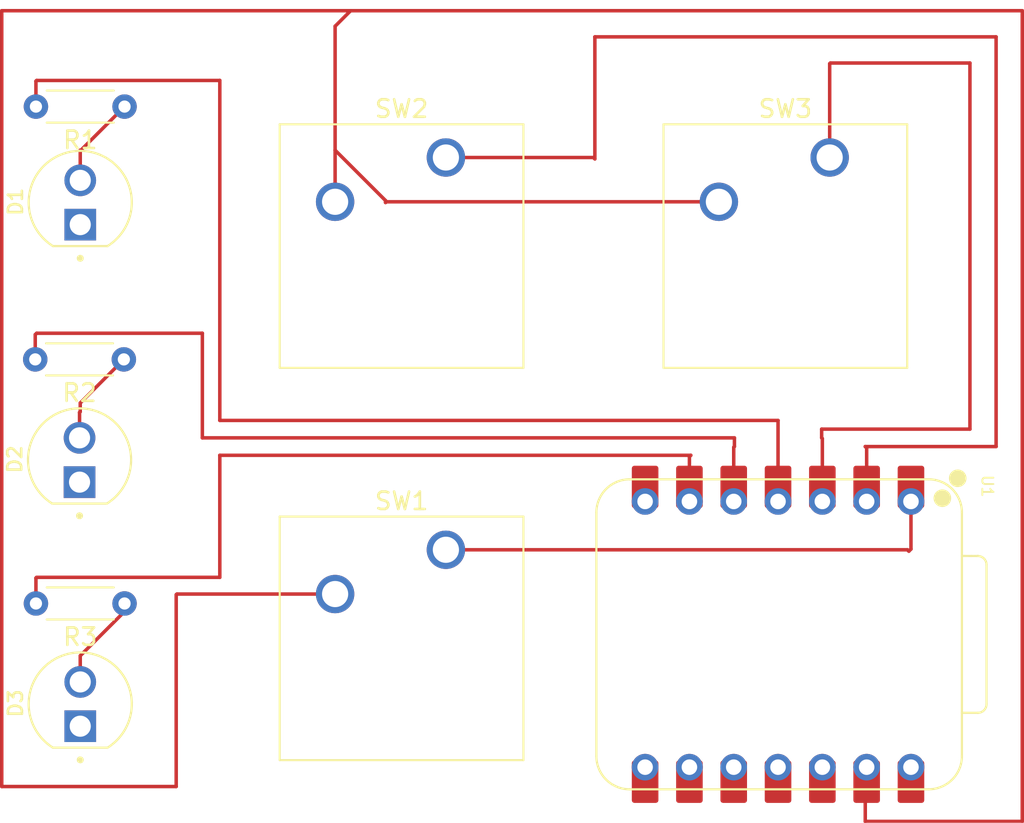
<source format=kicad_pcb>
(kicad_pcb (version 20241229) (generator "pcbnew") (generator_version "9.0")
  (layers (0 "F.Cu" signal) (2 "B.Cu" signal) (13 "F.Paste" user) (15 "B.Paste" user) (5 "F.SilkS" user "F.Silkscreen") (7 "B.SilkS" user "B.Silkscreen") (1 "F.Mask" user) (3 "B.Mask" user) (25 "Edge.Cuts" user))
  (net 0 "")
  (net 1 "Net-(D1-PadA)")
  (net 3 "Net-(D2-PadA)")
  (net 6 "Net-(D3-PadA)")
  (net 7 "LED1")
  (net 8 "LED2")
  (net 9 "LED3")
  (net 10 "button1")
  (net 11 "GND")
  (net 12 "button2")
  (net 13 "button3")
  (footprint "Button_Switch_Keyboard:SW_Cherry_MX_1.00u_PCB" (layer "F.Cu") (at 154.96 40.42)
    (property "Reference" "SW2" (at -2.54 -2.794 0) (layer "F.SilkS"))
    (property "Value" "SW_Push")
    (fp_line (start -9.525 -1.905) (end 4.445 -1.905) (stroke (width 0.12)) (layer "F.SilkS"))
    (fp_line (start -9.525 12.065) (end -9.525 -1.905) (stroke (width 0.12)) (layer "F.SilkS"))
    (fp_line (start 4.445 -1.905) (end 4.445 12.065) (stroke (width 0.12)) (layer "F.SilkS"))
    (fp_line (start 4.445 12.065) (end -9.525 12.065) (stroke (width 0.12)) (layer "F.SilkS"))
    (pad "" np_thru_hole circle (at -7.62 5.08) (size 1.7 1.7) (drill 1.7) (layers "*.Cu" "*.Mask"))
    (pad "" np_thru_hole circle (at -2.54 5.08) (size 4 4) (drill 4) (layers "*.Cu" "*.Mask"))
    (pad "" np_thru_hole circle (at 2.54 5.08) (size 1.7 1.7) (drill 1.7) (layers "*.Cu" "*.Mask"))
    (pad "1" thru_hole circle (at 0 0) (size 2.2 2.2) (drill 1.5) (layers "*.Cu" "*.Mask") (net 12 "button2"))
    (pad "2" thru_hole circle (at -6.35 2.54) (size 2.2 2.2) (drill 1.5) (layers "*.Cu" "*.Mask") (net 11 "GND"))
  )
  (footprint "Symbols:LEDRD254W57D500H1070" (layer "F.Cu") (at 134 43 90)
    (property "Reference" "D1" (at 0.04 -3.708 90) (layer "F.SilkS") (effects (font (size 0.8 0.8))))
    (property "Value" "L08R5000Q1")
    (fp_line (start -2.5 -1.566) (end -2.5 1.566) (stroke (width 0.127)) (layer "F.SilkS"))
    (fp_arc (start -2.5 -1.566) (mid 2.961291 0) (end -2.5 1.566) (stroke (width 0.127)) (layer "F.SilkS"))
    (fp_circle (center -3.2 0) (end -3.1 0) (stroke (width 0.2)) (fill no) (layer "F.SilkS"))
    (pad "A" thru_hole circle (at 1.27 0 90) (size 1.815 1.815) (drill 1.21) (layers "*.Cu" "*.Mask") (net 1 "Net-(D1-PadA)"))
    (pad "C" thru_hole rect (at -1.27 0 90) (size 1.815 1.815) (drill 1.21) (layers "*.Cu" "*.Mask"))
  )
  (footprint "Symbols:LEDRD254W57D500H1070" (layer "F.Cu") (at 134 71.77 90)
    (property "Reference" "D3" (at 0.04 -3.708 90) (layer "F.SilkS") (effects (font (size 0.8 0.8))))
    (property "Value" "L08R5000Q1")
    (fp_line (start -2.5 -1.566) (end -2.5 1.566) (stroke (width 0.127)) (layer "F.SilkS"))
    (fp_arc (start -2.5 -1.566) (mid 2.961291 0) (end -2.5 1.566) (stroke (width 0.127)) (layer "F.SilkS"))
    (fp_circle (center -3.2 0) (end -3.1 0) (stroke (width 0.2)) (fill no) (layer "F.SilkS"))
    (pad "A" thru_hole circle (at 1.27 0 90) (size 1.815 1.815) (drill 1.21) (layers "*.Cu" "*.Mask") (net 6 "Net-(D3-PadA)"))
    (pad "C" thru_hole rect (at -1.27 0 90) (size 1.815 1.815) (drill 1.21) (layers "*.Cu" "*.Mask"))
  )
  (footprint "Symbols:XIAO-RP2040-DIP" (layer "F.Cu") (at 174 67.7685 -90)
    (property "Reference" "U1" (at -8.5 -12 270) (layer "F.SilkS") (effects (font (size 0.635 0.635) (thickness 0.1016))))
    (property "Value" "XIAO-RP2040-DIP")
    (fp_line (start -6.985 10.414) (end 6.985 10.414) (stroke (width 0.127)) (layer "F.SilkS"))
    (fp_line (start -8.89 8.509) (end -8.89 -8.636) (stroke (width 0.127)) (layer "F.SilkS"))
    (fp_line (start 8.89 8.509) (end 8.89 -8.636) (stroke (width 0.127)) (layer "F.SilkS"))
    (fp_line (start -4.495 -10.541) (end -4.491272 -11.451272) (stroke (width 0.127)) (layer "F.SilkS"))
    (fp_line (start 6.985 -10.541) (end -6.985 -10.541) (stroke (width 0.1)) (layer "F.SilkS"))
    (fp_line (start 6.985 -10.541) (end -6.985 -10.541) (stroke (width 0.127)) (layer "F.SilkS"))
    (fp_line (start 4.504 -11.451) (end 4.504 -10.541) (stroke (width 0.127)) (layer "F.SilkS"))
    (fp_line (start -3.991272 -11.951) (end 4.004 -11.951) (stroke (width 0.127)) (layer "F.SilkS"))
    (fp_arc (start -6.985 10.414) (mid -8.332038 9.856038) (end -8.89 8.509) (stroke (width 0.127)) (layer "F.SilkS"))
    (fp_arc (start 8.89 8.509) (mid 8.332038 9.856038) (end 6.985 10.414) (stroke (width 0.127)) (layer "F.SilkS"))
    (fp_arc (start -8.89 -8.636) (mid -8.332038 -9.983038) (end -6.985 -10.541) (stroke (width 0.127)) (layer "F.SilkS"))
    (fp_arc (start 6.985 -10.541) (mid 8.332038 -9.983038) (end 8.89 -8.636) (stroke (width 0.127)) (layer "F.SilkS"))
    (fp_arc (start -4.491272 -11.451272) (mid -4.344728 -11.80464) (end -3.991272 -11.951) (stroke (width 0.127)) (layer "F.SilkS"))
    (fp_arc (start 4.004 -11.951) (mid 4.357553 -11.804553) (end 4.504 -11.451) (stroke (width 0.127)) (layer "F.SilkS"))
    (fp_circle (center -7.807 -9.42) (end -7.807 -9.674) (stroke (width 0.5)) (fill yes) (layer "F.SilkS"))
    (fp_circle (center -8.95 -10.3) (end -8.95 -10.554) (stroke (width 0.5)) (fill yes) (layer "F.SilkS"))
    (pad "1" smd roundrect (at -8.455 -7.62 90) (size 2.432 1.524) (layers "F.Cu" "F.Mask") (roundrect_rratio 0.1) (net 10 "button1"))
    (pad "1" thru_hole circle (at -7.62 -7.62 90) (size 1.524 1.524) (drill 0.889) (layers "*.Cu" "*.Mask") (net 10 "button1"))
    (pad "2" smd roundrect (at -8.455 -5.08 90) (size 2.432 1.524) (layers "F.Cu" "F.Mask") (roundrect_rratio 0.1) (net 12 "button2"))
    (pad "2" thru_hole circle (at -7.62 -5.08 90) (size 1.524 1.524) (drill 0.889) (layers "*.Cu" "*.Mask") (net 12 "button2"))
    (pad "3" smd roundrect (at -8.455 -2.54 90) (size 2.432 1.524) (layers "F.Cu" "F.Mask") (roundrect_rratio 0.1) (net 13 "button3"))
    (pad "3" thru_hole circle (at -7.62 -2.54 90) (size 1.524 1.524) (drill 0.889) (layers "*.Cu" "*.Mask") (net 13 "button3"))
    (pad "4" smd roundrect (at -8.455 0 90) (size 2.432 1.524) (layers "F.Cu" "F.Mask") (roundrect_rratio 0.1) (net 7 "LED1"))
    (pad "4" thru_hole circle (at -7.62 0 90) (size 1.524 1.524) (drill 0.889) (layers "*.Cu" "*.Mask") (net 7 "LED1"))
    (pad "5" smd roundrect (at -8.455 2.54 90) (size 2.432 1.524) (layers "F.Cu" "F.Mask") (roundrect_rratio 0.1) (net 8 "LED2"))
    (pad "5" thru_hole circle (at -7.62 2.54 90) (size 1.524 1.524) (drill 0.889) (layers "*.Cu" "*.Mask") (net 8 "LED2"))
    (pad "6" smd roundrect (at -8.455 5.08 90) (size 2.432 1.524) (layers "F.Cu" "F.Mask") (roundrect_rratio 0.1) (net 9 "LED3"))
    (pad "6" thru_hole circle (at -7.62 5.08 90) (size 1.524 1.524) (drill 0.889) (layers "*.Cu" "*.Mask") (net 9 "LED3"))
    (pad "7" smd roundrect (at -8.455 7.62 90) (size 2.432 1.524) (layers "F.Cu" "F.Mask") (roundrect_rratio 0.1))
    (pad "7" thru_hole circle (at -7.62 7.62 90) (size 1.524 1.524) (drill 0.889) (layers "*.Cu" "*.Mask"))
    (pad "8" thru_hole circle (at 7.62 7.62 270) (size 1.524 1.524) (drill 0.889) (layers "*.Cu" "*.Mask"))
    (pad "8" smd roundrect (at 8.455 7.62 270) (size 2.432 1.524) (layers "F.Cu" "F.Mask") (roundrect_rratio 0.1))
    (pad "9" thru_hole circle (at 7.62 5.08 270) (size 1.524 1.524) (drill 0.889) (layers "*.Cu" "*.Mask"))
    (pad "9" smd roundrect (at 8.455 5.08 270) (size 2.432 1.524) (layers "F.Cu" "F.Mask") (roundrect_rratio 0.1))
    (pad "10" thru_hole circle (at 7.62 2.54 270) (size 1.524 1.524) (drill 0.889) (layers "*.Cu" "*.Mask"))
    (pad "10" smd roundrect (at 8.455 2.54 270) (size 2.432 1.524) (layers "F.Cu" "F.Mask") (roundrect_rratio 0.1))
    (pad "11" thru_hole circle (at 7.62 0 270) (size 1.524 1.524) (drill 0.889) (layers "*.Cu" "*.Mask"))
    (pad "11" smd roundrect (at 8.455 0 270) (size 2.432 1.524) (layers "F.Cu" "F.Mask") (roundrect_rratio 0.1))
    (pad "12" thru_hole circle (at 7.62 -2.54 270) (size 1.524 1.524) (drill 0.889) (layers "*.Cu" "*.Mask"))
    (pad "12" smd roundrect (at 8.455 -2.54 270) (size 2.432 1.524) (layers "F.Cu" "F.Mask") (roundrect_rratio 0.1))
    (pad "13" thru_hole circle (at 7.62 -5.08 270) (size 1.524 1.524) (drill 0.889) (layers "*.Cu" "*.Mask") (net 11 "GND"))
    (pad "13" smd roundrect (at 8.455 -5.08 270) (size 2.432 1.524) (layers "F.Cu" "F.Mask") (roundrect_rratio 0.1) (net 11 "GND"))
    (pad "14" thru_hole circle (at 7.62 -7.62 270) (size 1.524 1.524) (drill 0.889) (layers "*.Cu" "*.Mask"))
    (pad "14" smd roundrect (at 8.455 -7.62 270) (size 2.432 1.524) (layers "F.Cu" "F.Mask") (roundrect_rratio 0.1))
  )
  (footprint "Resistor_THT:R_Axial_DIN0204_L3.6mm_D1.6mm_P5.08mm_Horizontal" (layer "F.Cu") (at 136.54 66 180)
    (property "Reference" "R3" (at 2.54 -1.92 0) (layer "F.SilkS"))
    (property "Value" "R")
    (fp_line (start 0.62 0.92) (end 4.46 0.92) (stroke (width 0.12)) (layer "F.SilkS"))
    (fp_line (start 0.62 -0.92) (end 4.46 -0.92) (stroke (width 0.12)) (layer "F.SilkS"))
    (pad "1" thru_hole circle (at 0 0 180) (size 1.4 1.4) (drill 0.7) (layers "*.Cu" "*.Mask") (net 6 "Net-(D3-PadA)"))
    (pad "2" thru_hole circle (at 5.08 0 180) (size 1.4 1.4) (drill 0.7) (layers "*.Cu" "*.Mask") (net 9 "LED3"))
  )
  (footprint "Button_Switch_Keyboard:SW_Cherry_MX_1.00u_PCB" (layer "F.Cu") (at 154.96 62.92)
    (property "Reference" "SW1" (at -2.54 -2.794 0) (layer "F.SilkS"))
    (property "Value" "SW_Push")
    (fp_line (start -9.525 -1.905) (end 4.445 -1.905) (stroke (width 0.12)) (layer "F.SilkS"))
    (fp_line (start -9.525 12.065) (end -9.525 -1.905) (stroke (width 0.12)) (layer "F.SilkS"))
    (fp_line (start 4.445 -1.905) (end 4.445 12.065) (stroke (width 0.12)) (layer "F.SilkS"))
    (fp_line (start 4.445 12.065) (end -9.525 12.065) (stroke (width 0.12)) (layer "F.SilkS"))
    (pad "" np_thru_hole circle (at -7.62 5.08) (size 1.7 1.7) (drill 1.7) (layers "*.Cu" "*.Mask"))
    (pad "" np_thru_hole circle (at -2.54 5.08) (size 4 4) (drill 4) (layers "*.Cu" "*.Mask"))
    (pad "" np_thru_hole circle (at 2.54 5.08) (size 1.7 1.7) (drill 1.7) (layers "*.Cu" "*.Mask"))
    (pad "1" thru_hole circle (at 0 0) (size 2.2 2.2) (drill 1.5) (layers "*.Cu" "*.Mask") (net 10 "button1"))
    (pad "2" thru_hole circle (at -6.35 2.54) (size 2.2 2.2) (drill 1.5) (layers "*.Cu" "*.Mask") (net 11 "GND"))
  )
  (footprint "Button_Switch_Keyboard:SW_Cherry_MX_1.00u_PCB" (layer "F.Cu") (at 176.96 40.42)
    (property "Reference" "SW3" (at -2.54 -2.794 0) (layer "F.SilkS"))
    (property "Value" "SW_Push")
    (fp_line (start -9.525 -1.905) (end 4.445 -1.905) (stroke (width 0.12)) (layer "F.SilkS"))
    (fp_line (start -9.525 12.065) (end -9.525 -1.905) (stroke (width 0.12)) (layer "F.SilkS"))
    (fp_line (start 4.445 -1.905) (end 4.445 12.065) (stroke (width 0.12)) (layer "F.SilkS"))
    (fp_line (start 4.445 12.065) (end -9.525 12.065) (stroke (width 0.12)) (layer "F.SilkS"))
    (pad "" np_thru_hole circle (at -7.62 5.08) (size 1.7 1.7) (drill 1.7) (layers "*.Cu" "*.Mask"))
    (pad "" np_thru_hole circle (at -2.54 5.08) (size 4 4) (drill 4) (layers "*.Cu" "*.Mask"))
    (pad "" np_thru_hole circle (at 2.54 5.08) (size 1.7 1.7) (drill 1.7) (layers "*.Cu" "*.Mask"))
    (pad "1" thru_hole circle (at 0 0) (size 2.2 2.2) (drill 1.5) (layers "*.Cu" "*.Mask") (net 13 "button3"))
    (pad "2" thru_hole circle (at -6.35 2.54) (size 2.2 2.2) (drill 1.5) (layers "*.Cu" "*.Mask") (net 11 "GND"))
  )
  (footprint "Symbols:LEDRD254W57D500H1070" (layer "F.Cu") (at 133.96 57.77 90)
    (property "Reference" "D2" (at 0.04 -3.708 90) (layer "F.SilkS") (effects (font (size 0.8 0.8))))
    (property "Value" "L08R5000Q1")
    (fp_line (start -2.5 -1.566) (end -2.5 1.566) (stroke (width 0.127)) (layer "F.SilkS"))
    (fp_arc (start -2.5 -1.566) (mid 2.961291 0) (end -2.5 1.566) (stroke (width 0.127)) (layer "F.SilkS"))
    (fp_circle (center -3.2 0) (end -3.1 0) (stroke (width 0.2)) (fill no) (layer "F.SilkS"))
    (pad "A" thru_hole circle (at 1.27 0 90) (size 1.815 1.815) (drill 1.21) (layers "*.Cu" "*.Mask") (net 3 "Net-(D2-PadA)"))
    (pad "C" thru_hole rect (at -1.27 0 90) (size 1.815 1.815) (drill 1.21) (layers "*.Cu" "*.Mask"))
  )
  (footprint "Resistor_THT:R_Axial_DIN0204_L3.6mm_D1.6mm_P5.08mm_Horizontal" (layer "F.Cu") (at 136.54 37.5 180)
    (property "Reference" "R1" (at 2.54 -1.92 0) (layer "F.SilkS"))
    (property "Value" "R")
    (fp_line (start 0.62 0.92) (end 4.46 0.92) (stroke (width 0.12)) (layer "F.SilkS"))
    (fp_line (start 0.62 -0.92) (end 4.46 -0.92) (stroke (width 0.12)) (layer "F.SilkS"))
    (pad "1" thru_hole circle (at 0 0 180) (size 1.4 1.4) (drill 0.7) (layers "*.Cu" "*.Mask") (net 1 "Net-(D1-PadA)"))
    (pad "2" thru_hole circle (at 5.08 0 180) (size 1.4 1.4) (drill 0.7) (layers "*.Cu" "*.Mask") (net 7 "LED1"))
  )
  (footprint "Resistor_THT:R_Axial_DIN0204_L3.6mm_D1.6mm_P5.08mm_Horizontal" (layer "F.Cu") (at 136.5 52 180)
    (property "Reference" "R2" (at 2.54 -1.92 0) (layer "F.SilkS"))
    (property "Value" "R")
    (fp_line (start 0.62 0.92) (end 4.46 0.92) (stroke (width 0.12)) (layer "F.SilkS"))
    (fp_line (start 0.62 -0.92) (end 4.46 -0.92) (stroke (width 0.12)) (layer "F.SilkS"))
    (pad "1" thru_hole circle (at 0 0 180) (size 1.4 1.4) (drill 0.7) (layers "*.Cu" "*.Mask") (net 3 "Net-(D2-PadA)"))
    (pad "2" thru_hole circle (at 5.08 0 180) (size 1.4 1.4) (drill 0.7) (layers "*.Cu" "*.Mask") (net 8 "LED2"))
  )
  (segment (start 134 40) (end 134 41.73) (width 0.2) (layer "F.Cu") (net 1))
  (segment (start 136.54 37.5) (end 134.04 40) (width 0.2) (layer "F.Cu") (net 1))
  (segment (start 134.04 40) (end 134 40) (width 0.2) (layer "F.Cu") (net 1))
  (segment (start 133.96 55.04) (end 133.96 56.5) (width 0.2) (layer "F.Cu") (net 3))
  (segment (start 134 55) (end 133.96 55.04) (width 0.2) (layer "F.Cu") (net 3))
  (segment (start 134 54.5) (end 134 55) (width 0.2) (layer "F.Cu") (net 3))
  (segment (start 136.5 52) (end 134 54.5) (width 0.2) (layer "F.Cu") (net 3))
  (segment (start 136.54 66.46) (end 134 69) (width 0.2) (layer "F.Cu") (net 6))
  (segment (start 134 69) (end 134 70.5) (width 0.2) (layer "F.Cu") (net 6))
  (segment (start 136.54 66) (end 136.54 66.46) (width 0.2) (layer "F.Cu") (net 6))
  (segment (start 131.5 36) (end 142 36) (width 0.2) (layer "F.Cu") (net 7))
  (segment (start 131.46 37.5) (end 131.46 36.04) (width 0.2) (layer "F.Cu") (net 7))
  (segment (start 142 36) (end 142 55.5) (width 0.2) (layer "F.Cu") (net 7))
  (segment (start 174 55.5) (end 174 60.1485) (width 0.2) (layer "F.Cu") (net 7))
  (segment (start 131.46 36.04) (end 131.5 36) (width 0.2) (layer "F.Cu") (net 7))
  (segment (start 142 55.5) (end 174 55.5) (width 0.2) (layer "F.Cu") (net 7))
  (segment (start 141 50.5) (end 141 56.5) (width 0.2) (layer "F.Cu") (net 8))
  (segment (start 141 56.5) (end 171.5 56.5) (width 0.2) (layer "F.Cu") (net 8))
  (segment (start 171.46 57.04) (end 171.46 60.1485) (width 0.2) (layer "F.Cu") (net 8))
  (segment (start 131.5 50.5) (end 141 50.5) (width 0.2) (layer "F.Cu") (net 8))
  (segment (start 171.5 57) (end 171.46 57.04) (width 0.2) (layer "F.Cu") (net 8))
  (segment (start 131.42 50.58) (end 131.5 50.5) (width 0.2) (layer "F.Cu") (net 8))
  (segment (start 131.42 52) (end 131.42 50.58) (width 0.2) (layer "F.Cu") (net 8))
  (segment (start 171.5 56.5) (end 171.5 57) (width 0.2) (layer "F.Cu") (net 8))
  (segment (start 131.46 64.54) (end 131.5 64.5) (width 0.2) (layer "F.Cu") (net 9))
  (segment (start 131.5 64.5) (end 142 64.5) (width 0.2) (layer "F.Cu") (net 9))
  (segment (start 169 57.5) (end 168.92 57.58) (width 0.2) (layer "F.Cu") (net 9))
  (segment (start 142 64.5) (end 142 57.5) (width 0.2) (layer "F.Cu") (net 9))
  (segment (start 168.92 57.58) (end 168.92 60.1485) (width 0.2) (layer "F.Cu") (net 9))
  (segment (start 142 57.5) (end 169 57.5) (width 0.2) (layer "F.Cu") (net 9))
  (segment (start 131.46 66) (end 131.46 64.54) (width 0.2) (layer "F.Cu") (net 9))
  (segment (start 181.62 62.88) (end 181.62 60.1485) (width 0.2) (layer "F.Cu") (net 10))
  (segment (start 154.96 62.92) (end 181.42 62.92) (width 0.2) (layer "F.Cu") (net 10))
  (segment (start 181.42 62.92) (end 181.5 63) (width 0.2) (layer "F.Cu") (net 10))
  (segment (start 181.5 63) (end 181.62 62.88) (width 0.2) (layer "F.Cu") (net 10))
  (segment (start 149.5 32) (end 188 32) (width 0.2) (layer "F.Cu") (net 11))
  (segment (start 188 78.5) (end 179 78.5) (width 0.2) (layer "F.Cu") (net 11))
  (segment (start 170.61 42.96) (end 151.54 42.96) (width 0.2) (layer "F.Cu") (net 11))
  (segment (start 179 78.5) (end 179 75.4685) (width 0.2) (layer "F.Cu") (net 11))
  (segment (start 148.61 32.89) (end 149.5 32) (width 0.2) (layer "F.Cu") (net 11))
  (segment (start 188 32) (end 188 78.5) (width 0.2) (layer "F.Cu") (net 11))
  (segment (start 139.5 65.5) (end 139.5 76.5) (width 0.2) (layer "F.Cu") (net 11))
  (segment (start 129.5 32) (end 149.5 32) (width 0.2) (layer "F.Cu") (net 11))
  (segment (start 148.61 40) (end 148.61 32.89) (width 0.2) (layer "F.Cu") (net 11))
  (segment (start 151.5 43) (end 151.5 42.89) (width 0.2) (layer "F.Cu") (net 11))
  (segment (start 139.5 76.5) (end 129.5 76.5) (width 0.2) (layer "F.Cu") (net 11))
  (segment (start 139.54 65.46) (end 139.5 65.5) (width 0.2) (layer "F.Cu") (net 11))
  (segment (start 148.61 65.46) (end 139.54 65.46) (width 0.2) (layer "F.Cu") (net 11))
  (segment (start 148.61 42.96) (end 148.61 40) (width 0.2) (layer "F.Cu") (net 11))
  (segment (start 151.5 42.89) (end 148.61 40) (width 0.2) (layer "F.Cu") (net 11))
  (segment (start 151.54 42.96) (end 151.5 43) (width 0.2) (layer "F.Cu") (net 11))
  (segment (start 179 75.4685) (end 179.08 75.3885) (width 0.2) (layer "F.Cu") (net 11))
  (segment (start 129.5 76.5) (end 129.5 32) (width 0.2) (layer "F.Cu") (net 11))
  (segment (start 186.5 33.5) (end 186.5 57) (width 0.2) (layer "F.Cu") (net 12))
  (segment (start 163.42 40.42) (end 163.5 40.5) (width 0.2) (layer "F.Cu") (net 12))
  (segment (start 179.08 57.08) (end 179.08 60.1485) (width 0.2) (layer "F.Cu") (net 12))
  (segment (start 154.96 40.42) (end 163.42 40.42) (width 0.2) (layer "F.Cu") (net 12))
  (segment (start 186.5 57) (end 179 57) (width 0.2) (layer "F.Cu") (net 12))
  (segment (start 163.5 33.5) (end 186.5 33.5) (width 0.2) (layer "F.Cu") (net 12))
  (segment (start 179 57) (end 179.08 57.08) (width 0.2) (layer "F.Cu") (net 12))
  (segment (start 163.5 40.5) (end 163.5 33.5) (width 0.2) (layer "F.Cu") (net 12))
  (segment (start 176.5 56.5) (end 176.54 56.54) (width 0.2) (layer "F.Cu") (net 13))
  (segment (start 176.5 56) (end 176.5 56.5) (width 0.2) (layer "F.Cu") (net 13))
  (segment (start 176.96 40.42) (end 176.96 35.04) (width 0.2) (layer "F.Cu") (net 13))
  (segment (start 176.54 56.54) (end 176.54 60.1485) (width 0.2) (layer "F.Cu") (net 13))
  (segment (start 177 35) (end 185 35) (width 0.2) (layer "F.Cu") (net 13))
  (segment (start 176.96 35.04) (end 177 35) (width 0.2) (layer "F.Cu") (net 13))
  (segment (start 185 56) (end 176.5 56) (width 0.2) (layer "F.Cu") (net 13))
  (segment (start 185 35) (end 185 56) (width 0.2) (layer "F.Cu") (net 13))
)
</source>
